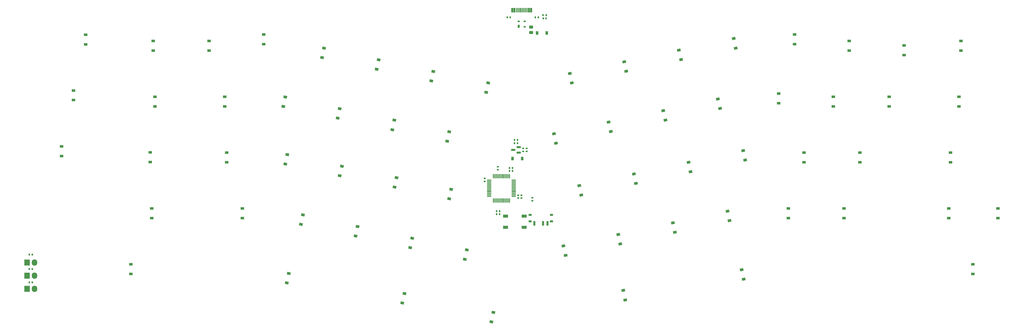
<source format=gbp>
%TF.GenerationSoftware,KiCad,Pcbnew,(6.0.0)*%
%TF.CreationDate,2022-03-08T04:10:15+02:00*%
%TF.ProjectId,Alice_PCB,416c6963-655f-4504-9342-2e6b69636164,rev?*%
%TF.SameCoordinates,Original*%
%TF.FileFunction,Paste,Bot*%
%TF.FilePolarity,Positive*%
%FSLAX46Y46*%
G04 Gerber Fmt 4.6, Leading zero omitted, Abs format (unit mm)*
G04 Created by KiCad (PCBNEW (6.0.0)) date 2022-03-08 04:10:15*
%MOMM*%
%LPD*%
G01*
G04 APERTURE LIST*
G04 Aperture macros list*
%AMRoundRect*
0 Rectangle with rounded corners*
0 $1 Rounding radius*
0 $2 $3 $4 $5 $6 $7 $8 $9 X,Y pos of 4 corners*
0 Add a 4 corners polygon primitive as box body*
4,1,4,$2,$3,$4,$5,$6,$7,$8,$9,$2,$3,0*
0 Add four circle primitives for the rounded corners*
1,1,$1+$1,$2,$3*
1,1,$1+$1,$4,$5*
1,1,$1+$1,$6,$7*
1,1,$1+$1,$8,$9*
0 Add four rect primitives between the rounded corners*
20,1,$1+$1,$2,$3,$4,$5,0*
20,1,$1+$1,$4,$5,$6,$7,0*
20,1,$1+$1,$6,$7,$8,$9,0*
20,1,$1+$1,$8,$9,$2,$3,0*%
%AMRotRect*
0 Rectangle, with rotation*
0 The origin of the aperture is its center*
0 $1 length*
0 $2 width*
0 $3 Rotation angle, in degrees counterclockwise*
0 Add horizontal line*
21,1,$1,$2,0,0,$3*%
G04 Aperture macros list end*
%ADD10RoundRect,0.140000X-0.140000X-0.170000X0.140000X-0.170000X0.140000X0.170000X-0.140000X0.170000X0*%
%ADD11RoundRect,0.150000X0.587500X0.150000X-0.587500X0.150000X-0.587500X-0.150000X0.587500X-0.150000X0*%
%ADD12R,1.200000X0.900000*%
%ADD13RotRect,0.900000X1.200000X102.000000*%
%ADD14RotRect,0.900000X1.200000X78.000000*%
%ADD15O,1.905000X2.159000*%
%ADD16R,1.905000X2.159000*%
%ADD17RoundRect,0.135000X0.135000X0.185000X-0.135000X0.185000X-0.135000X-0.185000X0.135000X-0.185000X0*%
%ADD18R,1.700000X1.000000*%
%ADD19RoundRect,0.075000X0.075000X-0.662500X0.075000X0.662500X-0.075000X0.662500X-0.075000X-0.662500X0*%
%ADD20RoundRect,0.075000X0.662500X-0.075000X0.662500X0.075000X-0.662500X0.075000X-0.662500X-0.075000X0*%
%ADD21RoundRect,0.135000X-0.185000X0.135000X-0.185000X-0.135000X0.185000X-0.135000X0.185000X0.135000X0*%
%ADD22R,1.000000X0.800000*%
%ADD23R,0.700000X1.500000*%
%ADD24RoundRect,0.140000X0.170000X-0.140000X0.170000X0.140000X-0.170000X0.140000X-0.170000X-0.140000X0*%
%ADD25R,0.900000X1.200000*%
%ADD26RoundRect,0.243750X-0.456250X0.243750X-0.456250X-0.243750X0.456250X-0.243750X0.456250X0.243750X0*%
%ADD27RoundRect,0.140000X0.140000X0.170000X-0.140000X0.170000X-0.140000X-0.170000X0.140000X-0.170000X0*%
%ADD28RoundRect,0.135000X0.185000X-0.135000X0.185000X0.135000X-0.185000X0.135000X-0.185000X-0.135000X0*%
%ADD29RoundRect,0.050000X-0.300000X-0.725000X0.300000X-0.725000X0.300000X0.725000X-0.300000X0.725000X0*%
%ADD30RoundRect,0.050000X-0.150000X-0.725000X0.150000X-0.725000X0.150000X0.725000X-0.150000X0.725000X0*%
%ADD31R,0.700000X1.000000*%
%ADD32R,0.700000X0.600000*%
%ADD33RoundRect,0.135000X-0.135000X-0.185000X0.135000X-0.185000X0.135000X0.185000X-0.135000X0.185000X0*%
%ADD34RoundRect,0.140000X-0.170000X0.140000X-0.170000X-0.140000X0.170000X-0.140000X0.170000X0.140000X0*%
G04 APERTURE END LIST*
D10*
%TO.C,C_VDDA1*%
X135576016Y-80472615D03*
X136536016Y-80472615D03*
%TD*%
D11*
%TO.C,U_Power1*%
X143083512Y-58642619D03*
X143083512Y-60542619D03*
X141208512Y-59592619D03*
%TD*%
D12*
%TO.C,D_SW_LSft1*%
X17956019Y-82851924D03*
X17956019Y-79551924D03*
%TD*%
D13*
%TO.C,D_SW_Comm1*%
X214959033Y-83711287D03*
X214272925Y-80483399D03*
%TD*%
D10*
%TO.C,C_VDDA2*%
X135576007Y-81552617D03*
X136536007Y-81552617D03*
%TD*%
D13*
%TO.C,D_SW_B2*%
X159043357Y-95595415D03*
X158357249Y-92367527D03*
%TD*%
D14*
%TO.C,D_SW_W1*%
X62777946Y-44746551D03*
X63464054Y-41518663D03*
%TD*%
D15*
%TO.C,D_LED_Scroll1*%
X-21979076Y-102513973D03*
D16*
X-24519076Y-102513973D03*
%TD*%
D12*
%TO.C,D_SW_PP2*%
X274446017Y-27207720D03*
X274446017Y-23907720D03*
%TD*%
D17*
%TO.C,R_LED2*%
X-22739073Y-100263968D03*
X-23759073Y-100263968D03*
%TD*%
D13*
%TO.C,D_SW_L1*%
X220322546Y-63079612D03*
X219636438Y-59851724D03*
%TD*%
D17*
%TO.C,R_Shield1*%
X152440921Y-13633976D03*
X151420921Y-13633976D03*
%TD*%
D12*
%TO.C,D_SW_1*%
X37476023Y-25696369D03*
X37476023Y-22396369D03*
%TD*%
%TO.C,D_SW_LCtl1*%
X10826014Y-101916366D03*
X10826014Y-98616366D03*
%TD*%
D18*
%TO.C,RESET1*%
X144916014Y-82182621D03*
X138616014Y-82182621D03*
X138616014Y-85982621D03*
X144916014Y-85982621D03*
%TD*%
D19*
%TO.C,U_MCU1*%
X139956012Y-76845114D03*
X139456012Y-76845114D03*
X138956012Y-76845114D03*
X138456012Y-76845114D03*
X137956012Y-76845114D03*
X137456012Y-76845114D03*
X136956012Y-76845114D03*
X136456012Y-76845114D03*
X135956012Y-76845114D03*
X135456012Y-76845114D03*
X134956012Y-76845114D03*
X134456012Y-76845114D03*
D20*
X133043512Y-75432614D03*
X133043512Y-74932614D03*
X133043512Y-74432614D03*
X133043512Y-73932614D03*
X133043512Y-73432614D03*
X133043512Y-72932614D03*
X133043512Y-72432614D03*
X133043512Y-71932614D03*
X133043512Y-71432614D03*
X133043512Y-70932614D03*
X133043512Y-70432614D03*
X133043512Y-69932614D03*
D19*
X134456012Y-68520114D03*
X134956012Y-68520114D03*
X135456012Y-68520114D03*
X135956012Y-68520114D03*
X136456012Y-68520114D03*
X136956012Y-68520114D03*
X137456012Y-68520114D03*
X137956012Y-68520114D03*
X138456012Y-68520114D03*
X138956012Y-68520114D03*
X139456012Y-68520114D03*
X139956012Y-68520114D03*
D20*
X141368512Y-69932614D03*
X141368512Y-70432614D03*
X141368512Y-70932614D03*
X141368512Y-71432614D03*
X141368512Y-71932614D03*
X141368512Y-72432614D03*
X141368512Y-72932614D03*
X141368512Y-73432614D03*
X141368512Y-73932614D03*
X141368512Y-74432614D03*
X141368512Y-74932614D03*
X141368512Y-75432614D03*
%TD*%
D21*
%TO.C,R_BOOT1*%
X147726017Y-75902617D03*
X147726017Y-76922617D03*
%TD*%
D22*
%TO.C,BOOT1*%
X146986013Y-81767613D03*
X154286013Y-83977613D03*
X154286013Y-81767613D03*
X146986013Y-83977613D03*
D23*
X148386013Y-84627613D03*
X151386013Y-84627613D03*
X152886013Y-84627613D03*
%TD*%
D24*
%TO.C,C_VDD2*%
X143996012Y-76012617D03*
X143996012Y-75052617D03*
%TD*%
D12*
%TO.C,D_SW_Del1*%
X-4569071Y-23567722D03*
X-4569071Y-20267722D03*
%TD*%
D25*
%TO.C,D_PWR1*%
X152670927Y-19683968D03*
X149370927Y-19683968D03*
%TD*%
D12*
%TO.C,D_SW_Esc1*%
X18446005Y-25696364D03*
X18446005Y-22396364D03*
%TD*%
D14*
%TO.C,D_SW_6*%
X131951620Y-39980510D03*
X132637728Y-36752622D03*
%TD*%
D26*
%TO.C,F1*%
X147310921Y-17646470D03*
X147310921Y-19521470D03*
%TD*%
D14*
%TO.C,D_SW_4*%
X94675834Y-32063522D03*
X95361942Y-28835634D03*
%TD*%
D12*
%TO.C,D_SW_Quot1*%
X259406016Y-63796362D03*
X259406016Y-60496362D03*
%TD*%
D14*
%TO.C,D_SW_F1*%
X100727551Y-72310975D03*
X101413659Y-69083087D03*
%TD*%
D13*
%TO.C,D_SW_J1*%
X183038841Y-71036397D03*
X182352733Y-67808509D03*
%TD*%
D12*
%TO.C,D_SW_A1*%
X43556015Y-63812617D03*
X43556015Y-60512617D03*
%TD*%
D13*
%TO.C,D_SW_8*%
X179777596Y-32778877D03*
X179091488Y-29550989D03*
%TD*%
%TO.C,D_SW_H1*%
X164408961Y-75003532D03*
X163722853Y-71775644D03*
%TD*%
D12*
%TO.C,D_SW_Tab1*%
X19046016Y-44766370D03*
X19046016Y-41466370D03*
%TD*%
D13*
%TO.C,D_SW_7*%
X161173346Y-36714367D03*
X160487238Y-33486479D03*
%TD*%
D12*
%TO.C,D_SW_Slsh1*%
X254026021Y-82876367D03*
X254026021Y-79576367D03*
%TD*%
D15*
%TO.C,D_LED_Layer1*%
X-21979072Y-107023980D03*
D16*
X-24519072Y-107023980D03*
%TD*%
D27*
%TO.C,C_VDDIO2*%
X140946018Y-65762617D03*
X139986018Y-65762617D03*
%TD*%
D12*
%TO.C,D_SW_Rsft1*%
X289756015Y-82832616D03*
X289756015Y-79532616D03*
%TD*%
D28*
%TO.C,R_LDO2*%
X145766013Y-60102614D03*
X145766013Y-59082614D03*
%TD*%
D12*
%TO.C,D_SW_Enter1*%
X290356017Y-63810825D03*
X290356017Y-60510825D03*
%TD*%
%TO.C,D_SW_Back1*%
X293866014Y-25717723D03*
X293866014Y-22417723D03*
%TD*%
D14*
%TO.C,D_SW_S1*%
X63483622Y-64386276D03*
X64169730Y-61158388D03*
%TD*%
%TO.C,D_SW_R1*%
X100697758Y-49455451D03*
X100011650Y-52683339D03*
%TD*%
D29*
%TO.C,USB1*%
X140905923Y-11888968D03*
X141680923Y-11888968D03*
D30*
X142380923Y-11888968D03*
X142880923Y-11888968D03*
X143380923Y-11888968D03*
X143880923Y-11888968D03*
X144380923Y-11888968D03*
X144880923Y-11888968D03*
X145380923Y-11888968D03*
X145880923Y-11888968D03*
D29*
X146580923Y-11888968D03*
X147355923Y-11888968D03*
%TD*%
D13*
%TO.C,D_SW_Y1*%
X155800045Y-57328116D03*
X155113937Y-54100228D03*
%TD*%
D14*
%TO.C,D_SW_X1*%
X68807575Y-84993796D03*
X69493683Y-81765908D03*
%TD*%
D13*
%TO.C,D_SW_M1*%
X196317067Y-87668647D03*
X195630959Y-84440759D03*
%TD*%
D15*
%TO.C,D_LED_Caps1*%
X-21979073Y-98023975D03*
D16*
X-24519073Y-98023975D03*
%TD*%
D24*
%TO.C,C_LDO2*%
X144626009Y-60072616D03*
X144626009Y-59112616D03*
%TD*%
D12*
%TO.C,D_SW_Caps1*%
X17396015Y-63756369D03*
X17396015Y-60456369D03*
%TD*%
D13*
%TO.C,D_SW_9*%
X198417063Y-28797583D03*
X197730955Y-25569695D03*
%TD*%
D12*
%TO.C,D_SW_Scln1*%
X240356023Y-63796374D03*
X240356023Y-60496374D03*
%TD*%
D13*
%TO.C,D_SW_Ie*%
X193085830Y-49401118D03*
X192399722Y-46173230D03*
%TD*%
D14*
%TO.C,D_SW_3*%
X76034098Y-28104089D03*
X76720206Y-24876201D03*
%TD*%
%TO.C,D_SW_LSpc1*%
X103413237Y-111824681D03*
X104099345Y-108596793D03*
%TD*%
D31*
%TO.C,D_ESD1*%
X143120932Y-17423971D03*
D32*
X143120932Y-15723971D03*
X145120932Y-15723971D03*
X145120932Y-17623971D03*
%TD*%
D14*
%TO.C,D_SW_B1*%
X124699092Y-96897491D03*
X125385200Y-93669603D03*
%TD*%
D27*
%TO.C,C_Shield1*%
X152410931Y-14713975D03*
X151450931Y-14713975D03*
%TD*%
D12*
%TO.C,D_SW_Eql1*%
X255736018Y-25686372D03*
X255736018Y-22386372D03*
%TD*%
%TO.C,D_SW_LBrc1*%
X250376011Y-44736378D03*
X250376011Y-41436378D03*
%TD*%
D17*
%TO.C,R_LED3*%
X-22739078Y-104763967D03*
X-23759078Y-104763967D03*
%TD*%
D13*
%TO.C,D_SW_RSpc1*%
X179375888Y-110766332D03*
X178689780Y-107538444D03*
%TD*%
D17*
%TO.C,R_LED1*%
X-22739076Y-95333976D03*
X-23759076Y-95333976D03*
%TD*%
D12*
%TO.C,D_SW_RCtl1*%
X297966019Y-101946371D03*
X297966019Y-98646371D03*
%TD*%
%TO.C,D_SW_Fn1*%
X306496013Y-82832620D03*
X306496013Y-79532620D03*
%TD*%
%TO.C,D_SW_P1*%
X231726011Y-43696370D03*
X231726011Y-40396370D03*
%TD*%
D13*
%TO.C,D_SW_RAlt1*%
X219758310Y-103705919D03*
X219072202Y-100478031D03*
%TD*%
D14*
%TO.C,D_SW_D1*%
X82077890Y-68371771D03*
X82763998Y-65143883D03*
%TD*%
%TO.C,D_SW_V1*%
X106069218Y-92930362D03*
X106755326Y-89702474D03*
%TD*%
%TO.C,D_SW_C1*%
X87437252Y-88963005D03*
X88123360Y-85735117D03*
%TD*%
D25*
%TO.C,D_LDO1*%
X140926011Y-62572619D03*
X144226011Y-62572619D03*
%TD*%
D12*
%TO.C,D_SW_Stop1*%
X234996017Y-82856371D03*
X234996017Y-79556371D03*
%TD*%
%TO.C,D_SW_RBrc1*%
X269416011Y-44756365D03*
X269416011Y-41456365D03*
%TD*%
D10*
%TO.C,C_LDO1*%
X141666013Y-57312611D03*
X142626013Y-57312611D03*
%TD*%
D14*
%TO.C,D_SW_E1*%
X81379697Y-48735986D03*
X82065805Y-45508098D03*
%TD*%
D12*
%TO.C,D_SW_Q1*%
X42846013Y-44756367D03*
X42846013Y-41456367D03*
%TD*%
D17*
%TO.C,R_USB2*%
X140220924Y-14333973D03*
X139200924Y-14333973D03*
%TD*%
D33*
%TO.C,R_USB1*%
X148750923Y-14333971D03*
X149770923Y-14333971D03*
%TD*%
D27*
%TO.C,C_VDDIO1*%
X140946009Y-66812615D03*
X139986009Y-66812615D03*
%TD*%
D13*
%TO.C,D_SW_N1*%
X177695101Y-91646000D03*
X177008993Y-88418112D03*
%TD*%
D28*
%TO.C,R_RGB1*%
X135966016Y-66322618D03*
X135966016Y-65302618D03*
%TD*%
D13*
%TO.C,D_SW_U1*%
X174453870Y-53358477D03*
X173767762Y-50130589D03*
%TD*%
D12*
%TO.C,D_SW_Pipe1*%
X293236020Y-44766371D03*
X293236020Y-41466371D03*
%TD*%
D14*
%TO.C,D_SW_G1*%
X119359300Y-76260408D03*
X120045408Y-73032520D03*
%TD*%
D13*
%TO.C,D_SW_K1*%
X201668729Y-67049273D03*
X200982621Y-63821385D03*
%TD*%
D12*
%TO.C,D_SW_Up1*%
X-8733979Y-42606372D03*
X-8733979Y-39306372D03*
%TD*%
D14*
%TO.C,D_SW_5*%
X113297365Y-36025034D03*
X113983473Y-32797146D03*
%TD*%
D33*
%TO.C,R_LDO1*%
X141636011Y-56222615D03*
X142656011Y-56222615D03*
%TD*%
D12*
%TO.C,D_SW_Dn1*%
X-12793984Y-61666365D03*
X-12793984Y-58366365D03*
%TD*%
D14*
%TO.C,D_SW_LFn1*%
X133732756Y-118279065D03*
X134418864Y-115051177D03*
%TD*%
D12*
%TO.C,D_SW_Dash1*%
X237126019Y-23546366D03*
X237126019Y-20246366D03*
%TD*%
%TO.C,D_SW_Z1*%
X48886010Y-82856363D03*
X48886010Y-79556363D03*
%TD*%
D14*
%TO.C,D_SW_T1*%
X118663404Y-56642767D03*
X119349512Y-53414879D03*
%TD*%
D34*
%TO.C,C_VDD3*%
X131466012Y-69342613D03*
X131466012Y-70302613D03*
%TD*%
D24*
%TO.C,C_VDD1*%
X142926014Y-76012612D03*
X142926014Y-75052612D03*
%TD*%
D14*
%TO.C,D_SW_LAlt1*%
X63986231Y-104988193D03*
X64672339Y-101760305D03*
%TD*%
D13*
%TO.C,D_SW_0*%
X217070871Y-24827936D03*
X216384763Y-21600048D03*
%TD*%
D12*
%TO.C,D_SW_2*%
X56136003Y-20251711D03*
X56136003Y-23551711D03*
%TD*%
D13*
%TO.C,D_SW_O1*%
X211707578Y-45451694D03*
X211021470Y-42223806D03*
%TD*%
M02*

</source>
